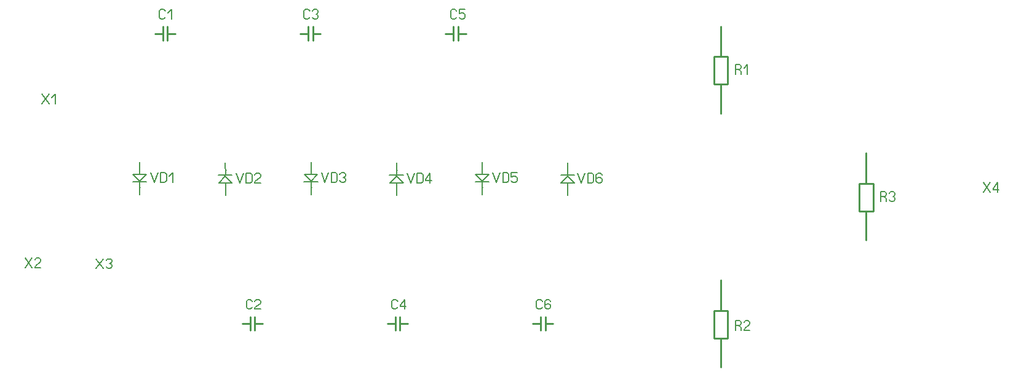
<source format=gbr>
%FSLAX34Y34*%
%MOMM*%
%LNSILK_TOP*%
G71*
G01*
%ADD10C, 0.25*%
%ADD11C, 0.00*%
%ADD12C, 0.15*%
%ADD13C, 0.20*%
%ADD14C, 0.17*%
%LPD*%
G54D10*
X232000Y909600D02*
X232000Y890400D01*
G54D10*
X238300Y909600D02*
X238300Y890400D01*
G54D10*
X239300Y900000D02*
X249000Y900000D01*
G54D10*
X232000Y899999D02*
X220800Y899999D01*
G54D10*
X432000Y909600D02*
X432000Y890400D01*
G54D10*
X438300Y909600D02*
X438300Y890400D01*
G54D10*
X439300Y900000D02*
X449000Y900000D01*
G54D10*
X432000Y899999D02*
X420800Y899999D01*
G54D10*
X632000Y909600D02*
X632000Y890400D01*
G54D10*
X638300Y909600D02*
X638300Y890400D01*
G54D10*
X639300Y900000D02*
X649000Y900000D01*
G54D10*
X632000Y899999D02*
X620800Y899999D01*
G54D10*
X352000Y509600D02*
X352000Y490400D01*
G54D10*
X358300Y509600D02*
X358300Y490400D01*
G54D10*
X359300Y500000D02*
X369000Y500000D01*
G54D10*
X352000Y499999D02*
X340800Y499999D01*
G54D10*
X552000Y509600D02*
X552000Y490400D01*
G54D10*
X558300Y509600D02*
X558300Y490400D01*
G54D10*
X559300Y500000D02*
X569000Y500000D01*
G54D10*
X552000Y499999D02*
X540800Y499999D01*
G54D10*
X752000Y509600D02*
X752000Y490400D01*
G54D10*
X758300Y509600D02*
X758300Y490400D01*
G54D10*
X759300Y500000D02*
X769000Y500000D01*
G54D10*
X752000Y499999D02*
X740800Y499999D01*
G54D11*
X200900Y688300D02*
X200900Y688300D01*
G54D12*
X199000Y695800D02*
X209000Y705800D01*
G54D12*
X190800Y705800D02*
X199800Y696800D01*
G54D13*
X190800Y705800D02*
X208800Y705800D01*
G54D13*
X190200Y695500D02*
X209200Y695300D01*
G54D13*
X199800Y678000D02*
X200000Y695000D01*
G54D13*
X200000Y705800D02*
X200000Y722800D01*
G54D11*
X318800Y711700D02*
X318800Y711700D01*
G54D12*
X316900Y704200D02*
X326900Y694200D01*
G54D12*
X308700Y694200D02*
X317700Y703200D01*
G54D13*
X308700Y694200D02*
X326700Y694200D01*
G54D13*
X308100Y704500D02*
X327100Y704700D01*
G54D13*
X317700Y722000D02*
X317900Y705000D01*
G54D13*
X317900Y694200D02*
X317900Y677200D01*
G54D11*
X436700Y688300D02*
X436700Y688300D01*
G54D12*
X434800Y695800D02*
X444800Y705800D01*
G54D12*
X426600Y705800D02*
X435600Y696800D01*
G54D13*
X426600Y705800D02*
X444600Y705800D01*
G54D13*
X426000Y695500D02*
X445000Y695300D01*
G54D13*
X435600Y678000D02*
X435800Y695000D01*
G54D13*
X435800Y705800D02*
X435800Y722800D01*
G54D11*
X554600Y711700D02*
X554600Y711700D01*
G54D12*
X552700Y704200D02*
X562700Y694200D01*
G54D12*
X544500Y694200D02*
X553500Y703200D01*
G54D13*
X544500Y694200D02*
X562500Y694200D01*
G54D13*
X543900Y704500D02*
X562900Y704700D01*
G54D13*
X553500Y722000D02*
X553700Y705000D01*
G54D13*
X553700Y694200D02*
X553700Y677200D01*
G54D11*
X672500Y688300D02*
X672500Y688300D01*
G54D12*
X670600Y695800D02*
X680600Y705800D01*
G54D12*
X662400Y705800D02*
X671400Y696800D01*
G54D13*
X662400Y705800D02*
X680400Y705800D01*
G54D13*
X661800Y695500D02*
X680800Y695300D01*
G54D13*
X671400Y678000D02*
X671600Y695000D01*
G54D13*
X671600Y705800D02*
X671600Y722800D01*
G54D11*
X788000Y711700D02*
X788000Y711700D01*
G54D12*
X789900Y704200D02*
X779900Y694200D01*
G54D12*
X798100Y694200D02*
X789100Y703200D01*
G54D13*
X798100Y694200D02*
X780100Y694200D01*
G54D13*
X798700Y704500D02*
X779700Y704700D01*
G54D13*
X789100Y722000D02*
X788900Y705000D01*
G54D13*
X788900Y694200D02*
X788900Y677200D01*
G54D10*
X990500Y868000D02*
X1009500Y868000D01*
X1009500Y830000D01*
X990500Y830000D01*
X990500Y868000D01*
G54D10*
X1000000Y868100D02*
X1000000Y910000D01*
G54D10*
X1000000Y790000D02*
X1000000Y829900D01*
G54D10*
X990500Y518000D02*
X1009500Y518000D01*
X1009500Y480000D01*
X990500Y480000D01*
X990500Y518000D01*
G54D10*
X1000000Y518100D02*
X1000000Y560000D01*
G54D10*
X1000000Y440000D02*
X1000000Y479900D01*
G54D10*
X1190500Y693000D02*
X1209500Y693000D01*
X1209500Y655000D01*
X1190500Y655000D01*
X1190500Y693000D01*
G54D10*
X1200000Y693100D02*
X1200000Y735000D01*
G54D10*
X1200000Y615000D02*
X1200000Y654900D01*
G54D14*
X235000Y922500D02*
X234000Y920833D01*
X232000Y920000D01*
X230000Y920000D01*
X228000Y920833D01*
X227000Y922500D01*
X227000Y930833D01*
X228000Y932500D01*
X230000Y933333D01*
X232000Y933333D01*
X234000Y932500D01*
X235000Y930833D01*
G54D14*
X238667Y928333D02*
X243667Y933333D01*
X243667Y920000D01*
G54D14*
X354700Y522500D02*
X353700Y520833D01*
X351700Y520000D01*
X349700Y520000D01*
X347700Y520833D01*
X346700Y522500D01*
X346700Y530833D01*
X347700Y532500D01*
X349700Y533333D01*
X351700Y533333D01*
X353700Y532500D01*
X354700Y530833D01*
G54D14*
X366367Y520000D02*
X358367Y520000D01*
X358367Y520833D01*
X359367Y522500D01*
X365367Y527500D01*
X366367Y529167D01*
X366367Y530833D01*
X365367Y532500D01*
X363367Y533333D01*
X361367Y533333D01*
X359367Y532500D01*
X358367Y530833D01*
G54D14*
X434000Y922500D02*
X433000Y920833D01*
X431000Y920000D01*
X429000Y920000D01*
X427000Y920833D01*
X426000Y922500D01*
X426000Y930833D01*
X427000Y932500D01*
X429000Y933333D01*
X431000Y933333D01*
X433000Y932500D01*
X434000Y930833D01*
G54D14*
X437667Y930833D02*
X438667Y932500D01*
X440667Y933333D01*
X442667Y933333D01*
X444667Y932500D01*
X445667Y930833D01*
X445667Y929167D01*
X444667Y927500D01*
X442667Y926667D01*
X444667Y925833D01*
X445667Y924167D01*
X445667Y922500D01*
X444667Y920833D01*
X442667Y920000D01*
X440667Y920000D01*
X438667Y920833D01*
X437667Y922500D01*
G54D14*
X555000Y522500D02*
X554000Y520833D01*
X552000Y520000D01*
X550000Y520000D01*
X548000Y520833D01*
X547000Y522500D01*
X547000Y530833D01*
X548000Y532500D01*
X550000Y533333D01*
X552000Y533333D01*
X554000Y532500D01*
X555000Y530833D01*
G54D14*
X564667Y520000D02*
X564667Y533333D01*
X558667Y525000D01*
X558667Y523333D01*
X566667Y523333D01*
G54D14*
X636000Y922500D02*
X635000Y920833D01*
X633000Y920000D01*
X631000Y920000D01*
X629000Y920833D01*
X628000Y922500D01*
X628000Y930833D01*
X629000Y932500D01*
X631000Y933333D01*
X633000Y933333D01*
X635000Y932500D01*
X636000Y930833D01*
G54D14*
X647667Y933333D02*
X639667Y933333D01*
X639667Y927500D01*
X640667Y927500D01*
X642667Y928333D01*
X644667Y928333D01*
X646667Y927500D01*
X647667Y925833D01*
X647667Y922500D01*
X646667Y920833D01*
X644667Y920000D01*
X642667Y920000D01*
X640667Y920833D01*
X639667Y922500D01*
G54D14*
X754100Y522500D02*
X753100Y520833D01*
X751100Y520000D01*
X749100Y520000D01*
X747100Y520833D01*
X746100Y522500D01*
X746100Y530833D01*
X747100Y532500D01*
X749100Y533333D01*
X751100Y533333D01*
X753100Y532500D01*
X754100Y530833D01*
G54D14*
X765767Y530833D02*
X764767Y532500D01*
X762767Y533333D01*
X760767Y533333D01*
X758767Y532500D01*
X757767Y530833D01*
X757767Y526667D01*
X757767Y525833D01*
X760767Y527500D01*
X762767Y527500D01*
X764767Y526667D01*
X765767Y525000D01*
X765767Y522500D01*
X764767Y520833D01*
X762767Y520000D01*
X760767Y520000D01*
X758767Y520833D01*
X757767Y522500D01*
X757767Y526667D01*
G54D14*
X215000Y708333D02*
X220000Y695000D01*
X225000Y708333D01*
G54D14*
X228667Y695000D02*
X228667Y708333D01*
X233667Y708333D01*
X235667Y707500D01*
X236667Y705833D01*
X236667Y697500D01*
X235667Y695833D01*
X233667Y695000D01*
X228667Y695000D01*
G54D14*
X240334Y703333D02*
X245334Y708333D01*
X245334Y695000D01*
G54D14*
X333000Y707333D02*
X338000Y694000D01*
X343000Y707333D01*
G54D14*
X346667Y694000D02*
X346667Y707333D01*
X351667Y707333D01*
X353667Y706500D01*
X354667Y704833D01*
X354667Y696500D01*
X353667Y694833D01*
X351667Y694000D01*
X346667Y694000D01*
G54D14*
X366334Y694000D02*
X358334Y694000D01*
X358334Y694833D01*
X359334Y696500D01*
X365334Y701500D01*
X366334Y703167D01*
X366334Y704833D01*
X365334Y706500D01*
X363334Y707333D01*
X361334Y707333D01*
X359334Y706500D01*
X358334Y704833D01*
G54D14*
X450000Y708333D02*
X455000Y695000D01*
X460000Y708333D01*
G54D14*
X463667Y695000D02*
X463667Y708333D01*
X468667Y708333D01*
X470667Y707500D01*
X471667Y705833D01*
X471667Y697500D01*
X470667Y695833D01*
X468667Y695000D01*
X463667Y695000D01*
G54D14*
X475334Y705833D02*
X476334Y707500D01*
X478334Y708333D01*
X480334Y708333D01*
X482334Y707500D01*
X483334Y705833D01*
X483334Y704167D01*
X482334Y702500D01*
X480334Y701667D01*
X482334Y700833D01*
X483334Y699167D01*
X483334Y697500D01*
X482334Y695833D01*
X480334Y695000D01*
X478334Y695000D01*
X476334Y695833D01*
X475334Y697500D01*
G54D14*
X686100Y708033D02*
X691100Y694700D01*
X696100Y708033D01*
G54D14*
X699767Y694700D02*
X699767Y708033D01*
X704767Y708033D01*
X706767Y707200D01*
X707767Y705533D01*
X707767Y697200D01*
X706767Y695533D01*
X704767Y694700D01*
X699767Y694700D01*
G54D14*
X719434Y708033D02*
X711434Y708033D01*
X711434Y702200D01*
X712434Y702200D01*
X714434Y703033D01*
X716434Y703033D01*
X718434Y702200D01*
X719434Y700533D01*
X719434Y697200D01*
X718434Y695533D01*
X716434Y694700D01*
X714434Y694700D01*
X712434Y695533D01*
X711434Y697200D01*
G54D14*
X803000Y707333D02*
X808000Y694000D01*
X813000Y707333D01*
G54D14*
X816667Y694000D02*
X816667Y707333D01*
X821667Y707333D01*
X823667Y706500D01*
X824667Y704833D01*
X824667Y696500D01*
X823667Y694833D01*
X821667Y694000D01*
X816667Y694000D01*
G54D14*
X836334Y704833D02*
X835334Y706500D01*
X833334Y707333D01*
X831334Y707333D01*
X829334Y706500D01*
X828334Y704833D01*
X828334Y700667D01*
X828334Y699833D01*
X831334Y701500D01*
X833334Y701500D01*
X835334Y700667D01*
X836334Y699000D01*
X836334Y696500D01*
X835334Y694833D01*
X833334Y694000D01*
X831334Y694000D01*
X829334Y694833D01*
X828334Y696500D01*
X828334Y700667D01*
G54D14*
X568200Y707333D02*
X573200Y694000D01*
X578200Y707333D01*
G54D14*
X581867Y694000D02*
X581867Y707333D01*
X586867Y707333D01*
X588867Y706500D01*
X589867Y704833D01*
X589867Y696500D01*
X588867Y694833D01*
X586867Y694000D01*
X581867Y694000D01*
G54D14*
X599534Y694000D02*
X599534Y707333D01*
X593534Y699000D01*
X593534Y697333D01*
X601534Y697333D01*
G54D14*
X1024000Y850667D02*
X1027000Y849000D01*
X1028000Y847333D01*
X1028000Y844000D01*
G54D14*
X1020000Y844000D02*
X1020000Y857333D01*
X1025000Y857333D01*
X1027000Y856500D01*
X1028000Y854833D01*
X1028000Y853167D01*
X1027000Y851500D01*
X1025000Y850667D01*
X1020000Y850667D01*
G54D14*
X1031667Y852333D02*
X1036667Y857333D01*
X1036667Y844000D01*
G54D14*
X1024000Y497667D02*
X1027000Y496000D01*
X1028000Y494333D01*
X1028000Y491000D01*
G54D14*
X1020000Y491000D02*
X1020000Y504333D01*
X1025000Y504333D01*
X1027000Y503500D01*
X1028000Y501833D01*
X1028000Y500167D01*
X1027000Y498500D01*
X1025000Y497667D01*
X1020000Y497667D01*
G54D14*
X1039667Y491000D02*
X1031667Y491000D01*
X1031667Y491833D01*
X1032667Y493500D01*
X1038667Y498500D01*
X1039667Y500167D01*
X1039667Y501833D01*
X1038667Y503500D01*
X1036667Y504333D01*
X1034667Y504333D01*
X1032667Y503500D01*
X1031667Y501833D01*
G54D14*
X1224000Y674967D02*
X1227000Y673300D01*
X1228000Y671633D01*
X1228000Y668300D01*
G54D14*
X1220000Y668300D02*
X1220000Y681633D01*
X1225000Y681633D01*
X1227000Y680800D01*
X1228000Y679133D01*
X1228000Y677467D01*
X1227000Y675800D01*
X1225000Y674967D01*
X1220000Y674967D01*
G54D14*
X1231667Y679133D02*
X1232667Y680800D01*
X1234667Y681633D01*
X1236667Y681633D01*
X1238667Y680800D01*
X1239667Y679133D01*
X1239667Y677467D01*
X1238667Y675800D01*
X1236667Y674967D01*
X1238667Y674133D01*
X1239667Y672467D01*
X1239667Y670800D01*
X1238667Y669133D01*
X1236667Y668300D01*
X1234667Y668300D01*
X1232667Y669133D01*
X1231667Y670800D01*
G54D14*
X65000Y816833D02*
X75000Y803500D01*
G54D14*
X65000Y803500D02*
X75000Y816833D01*
G54D14*
X78667Y811833D02*
X83667Y816833D01*
X83667Y803500D01*
G54D14*
X42000Y590333D02*
X52000Y577000D01*
G54D14*
X42000Y577000D02*
X52000Y590333D01*
G54D14*
X63667Y577000D02*
X55667Y577000D01*
X55667Y577833D01*
X56667Y579500D01*
X62667Y584500D01*
X63667Y586167D01*
X63667Y587833D01*
X62667Y589500D01*
X60667Y590333D01*
X58667Y590333D01*
X56667Y589500D01*
X55667Y587833D01*
G54D14*
X140000Y589333D02*
X150000Y576000D01*
G54D14*
X140000Y576000D02*
X150000Y589333D01*
G54D14*
X153667Y586833D02*
X154667Y588500D01*
X156667Y589333D01*
X158667Y589333D01*
X160667Y588500D01*
X161667Y586833D01*
X161667Y585167D01*
X160667Y583500D01*
X158667Y582667D01*
X160667Y581833D01*
X161667Y580167D01*
X161667Y578500D01*
X160667Y576833D01*
X158667Y576000D01*
X156667Y576000D01*
X154667Y576833D01*
X153667Y578500D01*
G54D14*
X1361000Y694333D02*
X1371000Y681000D01*
G54D14*
X1361000Y681000D02*
X1371000Y694333D01*
G54D14*
X1380667Y681000D02*
X1380667Y694333D01*
X1374667Y686000D01*
X1374667Y684333D01*
X1382667Y684333D01*
M02*

</source>
